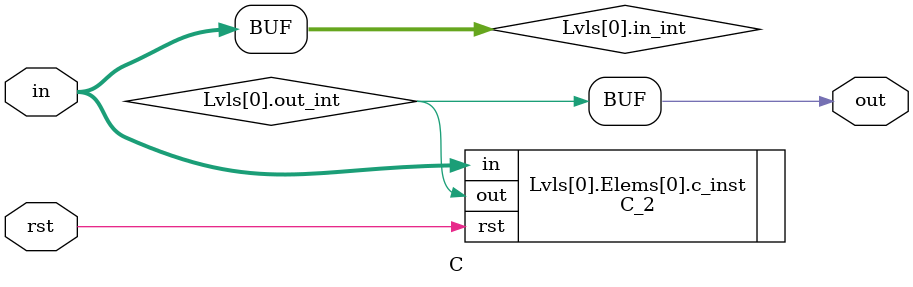
<source format=sv>
`timescale 1ns / 1ps

module C#(
  parameter                      IN_NUM = 2
)
(
//---------CTRL-----------------------
  input                           rst,
//---------IN-------------------------
  input  [IN_NUM-1 : 0]            in,
//---------OUT------------------------
  output                          out
//------------------------------------
);

function [31:0] log2;
  input [31:0] value;
  integer i;
  reg [31:0] j;
  begin
    j = value - 1;
    log2 = 0;
    for (i = 0; i < 31; i = i + 1)
    begin
      if (j[i])
      begin
        log2 = i + 1;
      end
    end
  end
endfunction

function [31:0] parity;
  input [31:0] value;
  input [31:0] len;
  integer idx;
  integer sum;
  begin
    parity = 0;
    sum = 0;
    for (idx = 0; idx < len; idx = idx + 1)
    begin
            sum = sum + value[idx];
    end
    parity = sum[0];
  end
endfunction


localparam NUM_OF_LEVELS = log2(IN_NUM);
localparam ELEM_W = 2;

genvar elem,lvl;



generate for (lvl = 0; lvl < NUM_OF_LEVELS; lvl = lvl + 1) 
begin: Lvls

    localparam in_size = (lvl == 0) ? IN_NUM : (IN_NUM >> lvl) + parity(IN_NUM,lvl);
  
  localparam out_size = ((in_size / 2) + in_size[0]);

  wire [in_size-1:0] in_int;
    wire [out_size-1:0] out_int;
  
  if (lvl == 0) 
  begin
    assign in_int = in;
  end
  else
  begin
    assign in_int = Lvls[lvl-1].out_int;
  end
  
  
    for (elem = 0; elem < out_size; elem = elem + 1) 
    begin: Elems

    // for the first level connect inputs to the module
    C_2 c_inst
    (
      .rst(rst),
      .in(in_int[elem * ELEM_W +: ELEM_W]),
      .out(out_int[elem])
    );
    
    if (in_size[0]) // Unalligned input
    begin
      assign out_int[out_size-1] = in_int[in_size-1];
    end
  end
end
endgenerate

assign out = Lvls[NUM_OF_LEVELS-1].out_int[0];






endmodule
</source>
